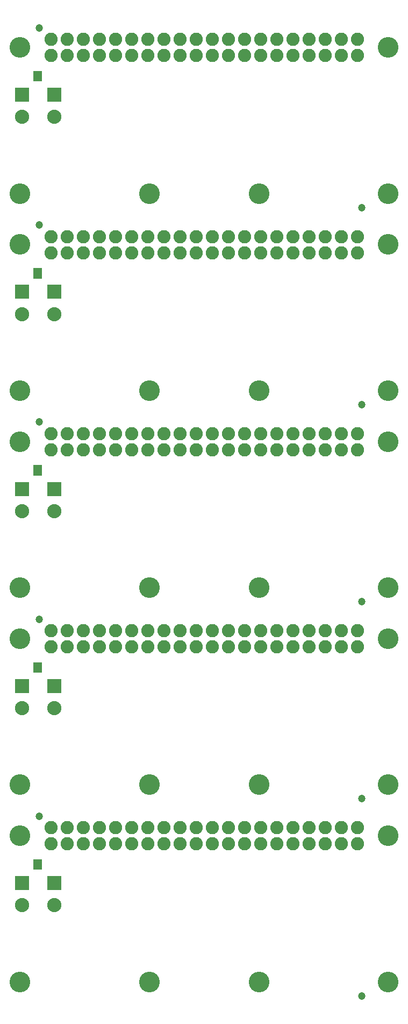
<source format=gbs>
G75*
%MOIN*%
%OFA0B0*%
%FSLAX25Y25*%
%IPPOS*%
%LPD*%
%AMOC8*
5,1,8,0,0,1.08239X$1,22.5*
%
%ADD10C,0.04737*%
%ADD11C,0.08200*%
%ADD12C,0.12800*%
%ADD13R,0.08800X0.08800*%
%ADD14C,0.08800*%
%ADD15R,0.05800X0.03300*%
D10*
X0115003Y0182378D03*
X0115003Y0304457D03*
X0115003Y0426535D03*
X0115003Y0548614D03*
X0115003Y0670693D03*
X0315042Y0559472D03*
X0315042Y0437394D03*
X0315042Y0315315D03*
X0315042Y0193236D03*
X0315042Y0071157D03*
D11*
X0312286Y0165213D03*
X0312286Y0175213D03*
X0302286Y0175213D03*
X0302286Y0165213D03*
X0292286Y0165213D03*
X0292286Y0175213D03*
X0282286Y0175213D03*
X0282286Y0165213D03*
X0272286Y0165213D03*
X0272286Y0175213D03*
X0262286Y0175213D03*
X0262286Y0165213D03*
X0252286Y0165213D03*
X0252286Y0175213D03*
X0242286Y0175213D03*
X0242286Y0165213D03*
X0232286Y0165213D03*
X0232286Y0175213D03*
X0222286Y0175213D03*
X0222286Y0165213D03*
X0212286Y0165213D03*
X0212286Y0175213D03*
X0202286Y0175213D03*
X0202286Y0165213D03*
X0192286Y0165213D03*
X0192286Y0175213D03*
X0182286Y0175213D03*
X0182286Y0165213D03*
X0172286Y0165213D03*
X0172286Y0175213D03*
X0162286Y0175213D03*
X0162286Y0165213D03*
X0152286Y0165213D03*
X0152286Y0175213D03*
X0142286Y0175213D03*
X0142286Y0165213D03*
X0132286Y0165213D03*
X0132286Y0175213D03*
X0122286Y0175213D03*
X0122286Y0165213D03*
X0122286Y0287291D03*
X0132286Y0287291D03*
X0142286Y0287291D03*
X0152286Y0287291D03*
X0152286Y0297291D03*
X0142286Y0297291D03*
X0132286Y0297291D03*
X0122286Y0297291D03*
X0162286Y0297291D03*
X0162286Y0287291D03*
X0172286Y0287291D03*
X0182286Y0287291D03*
X0192286Y0287291D03*
X0192286Y0297291D03*
X0182286Y0297291D03*
X0172286Y0297291D03*
X0202286Y0297291D03*
X0202286Y0287291D03*
X0212286Y0287291D03*
X0222286Y0287291D03*
X0232286Y0287291D03*
X0232286Y0297291D03*
X0222286Y0297291D03*
X0212286Y0297291D03*
X0242286Y0297291D03*
X0242286Y0287291D03*
X0252286Y0287291D03*
X0262286Y0287291D03*
X0272286Y0287291D03*
X0282286Y0287291D03*
X0282286Y0297291D03*
X0272286Y0297291D03*
X0262286Y0297291D03*
X0252286Y0297291D03*
X0292286Y0297291D03*
X0292286Y0287291D03*
X0302286Y0287291D03*
X0312286Y0287291D03*
X0312286Y0297291D03*
X0302286Y0297291D03*
X0302286Y0409370D03*
X0302286Y0419370D03*
X0292286Y0419370D03*
X0292286Y0409370D03*
X0282286Y0409370D03*
X0282286Y0419370D03*
X0272286Y0419370D03*
X0272286Y0409370D03*
X0262286Y0409370D03*
X0262286Y0419370D03*
X0252286Y0419370D03*
X0252286Y0409370D03*
X0242286Y0409370D03*
X0242286Y0419370D03*
X0232286Y0419370D03*
X0232286Y0409370D03*
X0222286Y0409370D03*
X0222286Y0419370D03*
X0212286Y0419370D03*
X0212286Y0409370D03*
X0202286Y0409370D03*
X0202286Y0419370D03*
X0192286Y0419370D03*
X0192286Y0409370D03*
X0182286Y0409370D03*
X0182286Y0419370D03*
X0172286Y0419370D03*
X0172286Y0409370D03*
X0162286Y0409370D03*
X0162286Y0419370D03*
X0152286Y0419370D03*
X0152286Y0409370D03*
X0142286Y0409370D03*
X0142286Y0419370D03*
X0132286Y0419370D03*
X0132286Y0409370D03*
X0122286Y0409370D03*
X0122286Y0419370D03*
X0122286Y0531449D03*
X0122286Y0541449D03*
X0132286Y0541449D03*
X0132286Y0531449D03*
X0142286Y0531449D03*
X0142286Y0541449D03*
X0152286Y0541449D03*
X0152286Y0531449D03*
X0162286Y0531449D03*
X0162286Y0541449D03*
X0172286Y0541449D03*
X0172286Y0531449D03*
X0182286Y0531449D03*
X0182286Y0541449D03*
X0192286Y0541449D03*
X0192286Y0531449D03*
X0202286Y0531449D03*
X0202286Y0541449D03*
X0212286Y0541449D03*
X0212286Y0531449D03*
X0222286Y0531449D03*
X0222286Y0541449D03*
X0232286Y0541449D03*
X0232286Y0531449D03*
X0242286Y0531449D03*
X0242286Y0541449D03*
X0252286Y0541449D03*
X0252286Y0531449D03*
X0262286Y0531449D03*
X0262286Y0541449D03*
X0272286Y0541449D03*
X0272286Y0531449D03*
X0282286Y0531449D03*
X0282286Y0541449D03*
X0292286Y0541449D03*
X0292286Y0531449D03*
X0302286Y0531449D03*
X0302286Y0541449D03*
X0312286Y0541449D03*
X0312286Y0531449D03*
X0312286Y0419370D03*
X0312286Y0409370D03*
X0312286Y0653528D03*
X0312286Y0663528D03*
X0302286Y0663528D03*
X0292286Y0663528D03*
X0292286Y0653528D03*
X0302286Y0653528D03*
X0282286Y0653528D03*
X0282286Y0663528D03*
X0272286Y0663528D03*
X0262286Y0663528D03*
X0252286Y0663528D03*
X0242286Y0663528D03*
X0242286Y0653528D03*
X0252286Y0653528D03*
X0262286Y0653528D03*
X0272286Y0653528D03*
X0232286Y0653528D03*
X0232286Y0663528D03*
X0222286Y0663528D03*
X0212286Y0663528D03*
X0202286Y0663528D03*
X0202286Y0653528D03*
X0212286Y0653528D03*
X0222286Y0653528D03*
X0192286Y0653528D03*
X0192286Y0663528D03*
X0182286Y0663528D03*
X0172286Y0663528D03*
X0162286Y0663528D03*
X0162286Y0653528D03*
X0172286Y0653528D03*
X0182286Y0653528D03*
X0152286Y0653528D03*
X0152286Y0663528D03*
X0142286Y0663528D03*
X0132286Y0663528D03*
X0122286Y0663528D03*
X0122286Y0653528D03*
X0132286Y0653528D03*
X0142286Y0653528D03*
D12*
X0103113Y0079780D03*
X0103113Y0170331D03*
X0103113Y0201858D03*
X0103113Y0292409D03*
X0103113Y0323937D03*
X0103113Y0414488D03*
X0103113Y0446016D03*
X0103113Y0536567D03*
X0103113Y0568095D03*
X0103113Y0658646D03*
X0183213Y0568095D03*
X0251359Y0568095D03*
X0251359Y0446016D03*
X0183213Y0446016D03*
X0183213Y0323937D03*
X0251359Y0323937D03*
X0251359Y0201858D03*
X0183213Y0201858D03*
X0183213Y0079780D03*
X0251359Y0079780D03*
X0331459Y0079780D03*
X0331459Y0170331D03*
X0331459Y0201858D03*
X0331459Y0292409D03*
X0331459Y0323937D03*
X0331459Y0414488D03*
X0331459Y0446016D03*
X0331459Y0536567D03*
X0331459Y0568095D03*
X0331459Y0658646D03*
D13*
X0124333Y0629315D03*
X0104333Y0629315D03*
X0104333Y0507236D03*
X0124333Y0507236D03*
X0124333Y0385158D03*
X0104333Y0385158D03*
X0104333Y0263079D03*
X0124333Y0263079D03*
X0124333Y0141000D03*
X0104333Y0141000D03*
D14*
X0104333Y0127220D03*
X0124333Y0127220D03*
X0124333Y0249299D03*
X0104333Y0249299D03*
X0104333Y0371378D03*
X0124333Y0371378D03*
X0124333Y0493457D03*
X0104333Y0493457D03*
X0104333Y0615535D03*
X0124333Y0615535D03*
D15*
X0114033Y0639215D03*
X0114033Y0642415D03*
X0114033Y0520336D03*
X0114033Y0517136D03*
X0114033Y0398258D03*
X0114033Y0395058D03*
X0114033Y0276179D03*
X0114033Y0272979D03*
X0114033Y0154100D03*
X0114033Y0150900D03*
M02*

</source>
